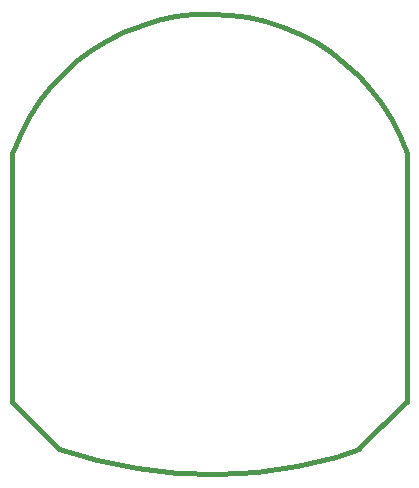
<source format=gbr>
G04 (created by PCBNEW-RS274X (2012-01-19 BZR 3256)-stable) date 8/30/2012 9:43:42 AM*
G01*
G70*
G90*
%MOIN*%
G04 Gerber Fmt 3.4, Leading zero omitted, Abs format*
%FSLAX34Y34*%
G04 APERTURE LIST*
%ADD10C,0.006000*%
%ADD11C,0.015000*%
G04 APERTURE END LIST*
G54D10*
G54D11*
X28504Y-41300D02*
X28504Y-41299D01*
X30039Y-42835D02*
X28504Y-41300D01*
X41653Y-41260D02*
X41654Y-41260D01*
X40039Y-42874D02*
X41653Y-41260D01*
X30056Y-42851D02*
X31340Y-43234D01*
X32652Y-43503D01*
X33982Y-43657D01*
X35320Y-43695D01*
X36656Y-43615D01*
X37981Y-43420D01*
X39284Y-43109D01*
X40051Y-42869D01*
X41654Y-32992D02*
X41654Y-41299D01*
X41652Y-32988D02*
X41424Y-32424D01*
X41147Y-31882D01*
X40825Y-31366D01*
X40459Y-30880D01*
X40052Y-30428D01*
X39607Y-30013D01*
X39128Y-29639D01*
X38618Y-29307D01*
X38080Y-29022D01*
X37520Y-28784D01*
X36942Y-28596D01*
X36349Y-28459D01*
X35747Y-28375D01*
X35139Y-28343D01*
X34532Y-28364D01*
X33929Y-28438D01*
X33334Y-28565D01*
X32752Y-28742D01*
X32188Y-28970D01*
X31646Y-29247D01*
X31130Y-29569D01*
X30644Y-29935D01*
X30192Y-30342D01*
X29777Y-30787D01*
X29403Y-31266D01*
X29071Y-31776D01*
X28786Y-32314D01*
X28548Y-32874D01*
X28506Y-32988D01*
X28504Y-32992D02*
X28504Y-41299D01*
M02*

</source>
